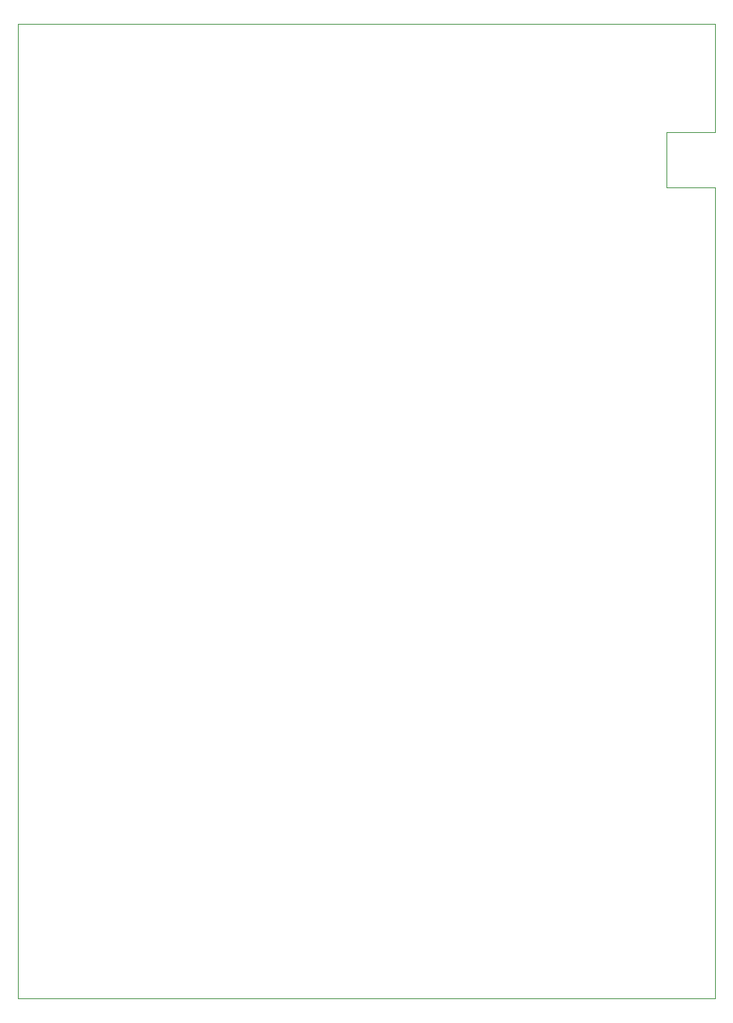
<source format=gbr>
%TF.GenerationSoftware,KiCad,Pcbnew,5.1.12-84ad8e8a86~92~ubuntu18.04.1*%
%TF.CreationDate,2023-06-26T22:09:47+02:00*%
%TF.ProjectId,PROGRAMMER-GLS27SF512,50524f47-5241-44d4-9d45-522d474c5332,1*%
%TF.SameCoordinates,Original*%
%TF.FileFunction,Profile,NP*%
%FSLAX46Y46*%
G04 Gerber Fmt 4.6, Leading zero omitted, Abs format (unit mm)*
G04 Created by KiCad (PCBNEW 5.1.12-84ad8e8a86~92~ubuntu18.04.1) date 2023-06-26 22:09:47*
%MOMM*%
%LPD*%
G01*
G04 APERTURE LIST*
%TA.AperFunction,Profile*%
%ADD10C,0.050000*%
%TD*%
G04 APERTURE END LIST*
D10*
X143052800Y-165100000D02*
X138785600Y-165100000D01*
X143052800Y-73152000D02*
X143052800Y-165100000D01*
X137566400Y-73152000D02*
X143052800Y-73152000D01*
X137566400Y-66852800D02*
X137566400Y-73152000D01*
X143027400Y-66852800D02*
X137566400Y-66852800D01*
X143027400Y-58877200D02*
X143027400Y-66852800D01*
X64008000Y-165100000D02*
X138785600Y-165100000D01*
X64008000Y-54635400D02*
X64008000Y-165100000D01*
X143027400Y-54635400D02*
X64008000Y-54635400D01*
X143027400Y-58877200D02*
X143027400Y-54635400D01*
M02*

</source>
